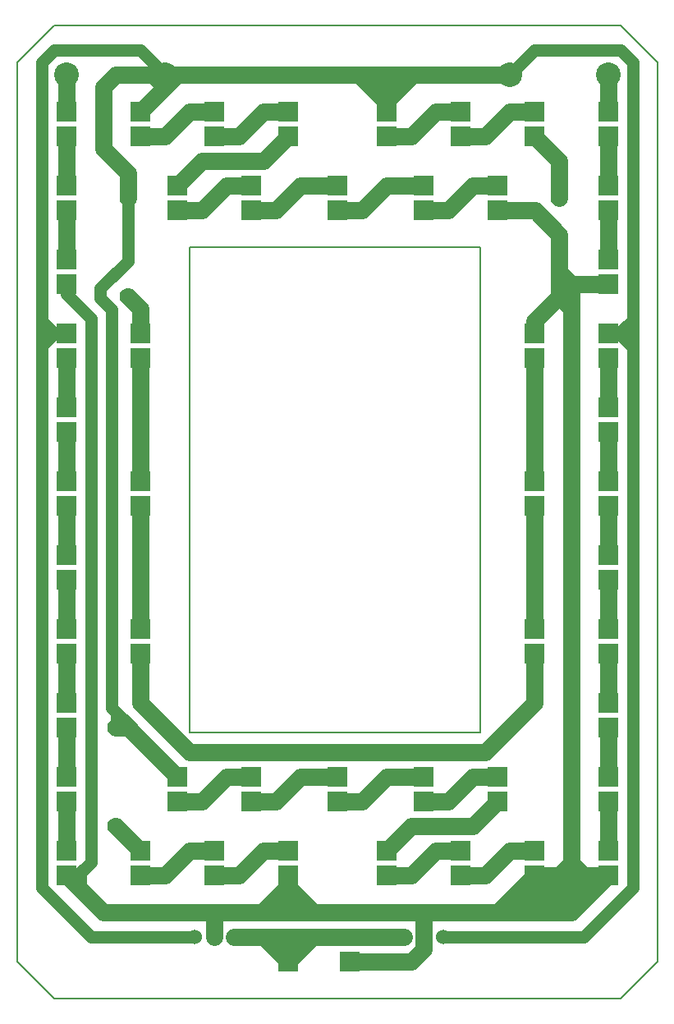
<source format=gbr>
G04 PROTEUS RS274X GERBER FILE*
%FSLAX45Y45*%
%MOMM*%
G01*
%ADD15C,1.778000*%
%ADD16C,1.270000*%
%ADD10R,2.032000X2.032000*%
%ADD11C,2.540000*%
%ADD12C,1.778000*%
%ADD13C,1.524000*%
%ADD14C,0.203200*%
D15*
X-508000Y+1143000D02*
X-254000Y+1143000D01*
X+0Y+1397000D01*
X+254000Y+1397000D01*
X+254000Y+1143000D02*
X+508000Y+1143000D01*
X+762000Y+1397000D01*
X+1016000Y+1397000D01*
X+2032000Y+1143000D02*
X+2286000Y+1143000D01*
X+2540000Y+1397000D01*
X+2794000Y+1397000D01*
X+2794000Y+1143000D02*
X+3048000Y+1143000D01*
X+3302000Y+1397000D01*
X+3556000Y+1397000D01*
X-127000Y+381000D02*
X+127000Y+381000D01*
X+381000Y+635000D01*
X+635000Y+635000D01*
X+2413000Y+381000D02*
X+2667000Y+381000D01*
X+2921000Y+635000D01*
X+3175000Y+635000D01*
X-127000Y+635000D02*
X+127000Y+889000D01*
X+635000Y+889000D01*
X+762000Y+889000D01*
X+1016000Y+1143000D01*
X+635000Y+381000D02*
X+889000Y+381000D01*
X+1143000Y+635000D01*
X+1524000Y+635000D01*
X+1524000Y+381000D02*
X+1778000Y+381000D01*
X+2032000Y+635000D01*
X+2413000Y+635000D01*
X-508000Y-6477000D02*
X-254000Y-6477000D01*
X+0Y-6223000D01*
X+254000Y-6223000D01*
X+254000Y-6477000D02*
X+508000Y-6477000D01*
X+762000Y-6223000D01*
X+1016000Y-6223000D01*
X+2032000Y-6477000D02*
X+2286000Y-6477000D01*
X+2540000Y-6223000D01*
X+2794000Y-6223000D01*
X+2794000Y-6477000D02*
X+3048000Y-6477000D01*
X+3302000Y-6223000D01*
X+3556000Y-6223000D01*
X-127000Y-5715000D02*
X+127000Y-5715000D01*
X+381000Y-5461000D01*
X+635000Y-5461000D01*
X+2413000Y-5715000D02*
X+2667000Y-5715000D01*
X+2921000Y-5461000D01*
X+3175000Y-5461000D01*
X+635000Y-5715000D02*
X+889000Y-5715000D01*
X+1143000Y-5461000D01*
X+1524000Y-5461000D01*
X+1524000Y-5715000D02*
X+1778000Y-5715000D01*
X+2032000Y-5461000D01*
X+2413000Y-5461000D01*
X+2032000Y-6223000D02*
X+2286000Y-5969000D01*
X+2921000Y-5969000D01*
X+3175000Y-5715000D01*
X+4318000Y-6223000D02*
X+4318000Y-5715000D01*
X+4318000Y-5461000D02*
X+4318000Y-4953000D01*
X+4318000Y-4699000D02*
X+4318000Y-4191000D01*
X+4318000Y-3937000D02*
X+4318000Y-3429000D01*
X+4318000Y-3175000D02*
X+4318000Y-2667000D01*
X+4318000Y-2413000D02*
X+4318000Y-1905000D01*
X+4318000Y-1651000D02*
X+4318000Y-1143000D01*
X+4318000Y-127000D02*
X+4318000Y+381000D01*
X+4318000Y+635000D02*
X+4318000Y+1143000D01*
X-1270000Y-6223000D02*
X-1270000Y-5715000D01*
X-1270000Y-5461000D02*
X-1270000Y-4953000D01*
X-1270000Y-4699000D02*
X-1270000Y-4191000D01*
X-1270000Y-3937000D02*
X-1270000Y-3429000D01*
X-1270000Y-3175000D02*
X-1270000Y-2667000D01*
X-1270000Y-2413000D02*
X-1270000Y-1905000D01*
X-1270000Y-1651000D02*
X-1270000Y-1143000D01*
X-1270000Y-127000D02*
X-1270000Y+381000D01*
X-1270000Y+635000D02*
X-1270000Y+1143000D01*
X-508000Y-3937000D02*
X-508000Y-2667000D01*
X-508000Y-2413000D02*
X-508000Y-1143000D01*
X+3556000Y-3937000D02*
X+3556000Y-2667000D01*
X+3556000Y-2413000D02*
X+3556000Y-1143000D01*
X-1270000Y+1397000D02*
X-1270000Y+1778000D01*
X+4318000Y+1397000D02*
X+4318000Y+1778000D01*
X-254000Y+1651000D02*
X-127000Y+1778000D01*
X+70555Y+1778000D01*
X-254000Y+1778000D02*
X-127000Y+1778000D01*
X-508000Y+1397000D02*
X-254000Y+1651000D01*
X-254000Y+1778000D01*
X-254000Y+1651000D02*
X-381000Y+1778000D01*
X-572284Y+1778000D01*
X-635000Y+508000D02*
X-635000Y+762000D01*
X-889000Y+1016000D01*
X-889000Y+1651000D01*
X-762000Y+1778000D01*
X-572284Y+1778000D01*
X-381000Y+1778000D02*
X-254000Y+1778000D01*
X-508000Y-6223000D02*
X-762000Y-5969000D01*
X+3810000Y+508000D02*
X+3810000Y+889000D01*
X+3556000Y+1143000D01*
X+3810000Y-508000D02*
X+3556000Y-762000D01*
X+3556000Y-889000D01*
X+3175000Y-6858000D02*
X+3102354Y-6858000D01*
X+3175000Y-6858000D02*
X+3429000Y-6858000D01*
X+3556000Y-6604000D02*
X+4191000Y-6604000D01*
X+3556000Y-6477000D02*
X+3556000Y-6604000D01*
X+4191000Y-6604000D02*
X+4318000Y-6477000D01*
X+3556000Y-6604000D02*
X+3556000Y-6731000D01*
X+3429000Y-6858000D01*
X+3937000Y-6858000D01*
X+4064000Y-6731000D01*
X+4191000Y-6604000D01*
X+3302000Y-6731000D02*
X+3556000Y-6731000D01*
X+3706684Y-6731000D01*
X+3556000Y-6477000D02*
X+3302000Y-6731000D01*
X+3175000Y-6858000D01*
X+4064000Y-6731000D02*
X+3706684Y-6731000D01*
X+3810000Y-6477000D02*
X+3937000Y-6350000D01*
X+3937000Y-6318498D01*
X+3937000Y-6350000D02*
X+3937000Y-6477000D01*
X+3556000Y-6477000D02*
X+3810000Y-6477000D01*
X+3937000Y-6477000D01*
X+4064000Y-6477000D02*
X+3937000Y-6350000D01*
X+3937000Y-6477000D02*
X+4064000Y-6477000D01*
X+4318000Y-6477000D01*
X+254000Y-7112000D02*
X+254000Y-6858000D01*
X+2413000Y-7112000D02*
X+2413000Y-6858000D01*
X+3102354Y-6858000D01*
X+1651000Y-7366000D02*
X+2286000Y-7366000D01*
X+2413000Y-7239000D01*
X+2413000Y-7112000D01*
X+1016000Y-7366000D02*
X+1016000Y-7112000D01*
X+1016000Y-7366000D02*
X+1270000Y-7112000D01*
X+1295559Y-7112000D01*
X+1016000Y-7112000D02*
X+1270000Y-7112000D01*
X+1295559Y-7112000D02*
X+2209800Y-7112000D01*
X+1016000Y-7366000D02*
X+762000Y-7112000D01*
X+457200Y-7112000D02*
X+762000Y-7112000D01*
X+1016000Y-7112000D01*
D16*
X-1524000Y-762000D02*
X-1397000Y-889000D01*
X-1270000Y-889000D02*
X-1397000Y-889000D01*
X-1524000Y-889000D01*
X-1524000Y-762000D01*
X-1524000Y+1905000D01*
X-1397000Y+2032000D01*
X-508000Y+2032000D01*
X-254000Y+1778000D01*
X-1524000Y-1016000D02*
X-1397000Y-889000D01*
X+50800Y-7112000D02*
X-1016000Y-7112000D01*
X-1524000Y-6604000D01*
X-1524000Y-1016000D01*
X-1524000Y-889000D01*
D15*
X-508000Y-4191000D02*
X-508000Y-4699000D01*
X+0Y-5207000D01*
X+3048000Y-5207000D01*
X+3556000Y-4699000D01*
X+3556000Y-4191000D01*
X-635000Y-508000D02*
X-508000Y-635000D01*
X-508000Y-889000D01*
D16*
X+4572000Y-750000D02*
X+4433000Y-889000D01*
X+4318000Y-889000D01*
X+4433000Y-889000D02*
X+4561792Y-889000D01*
X+4572000Y-899208D01*
X+4572000Y-750000D01*
X+4572000Y+1905000D01*
X+4445000Y+2032000D01*
X+3556000Y+2032000D01*
X+3302000Y+1778000D01*
X+4433000Y-889000D02*
X+4572000Y-1028000D01*
X+4572000Y-1091352D01*
X+2616200Y-7112000D02*
X+4064000Y-7112000D01*
X+4572000Y-6604000D01*
X+4572000Y-1091352D01*
X+4572000Y-1028000D02*
X+4572000Y-899208D01*
D15*
X+750000Y-6858000D02*
X+1016000Y-6592000D01*
X+1016000Y-6477000D01*
X+1016000Y-6592000D02*
X+1016000Y-6842000D01*
X+1000000Y-6858000D01*
X+254000Y-6858000D02*
X+750000Y-6858000D01*
X+1000000Y-6858000D01*
X+1016000Y-6592000D02*
X+1282000Y-6858000D01*
X+1413435Y-6858000D01*
X+1000000Y-6858000D02*
X+1282000Y-6858000D01*
X+1413435Y-6858000D02*
X+2413000Y-6858000D01*
X+1750000Y+1778000D02*
X+2032000Y+1496000D01*
X+70555Y+1778000D02*
X+1750000Y+1778000D01*
X+2055684Y+1778000D01*
X+2032000Y+1397000D02*
X+2032000Y+1496000D01*
X+2032000Y+1505257D01*
X+2304743Y+1778000D01*
X+2055684Y+1778000D02*
X+2304743Y+1778000D01*
X+3302000Y+1778000D01*
X+2032000Y+1505257D02*
X+2032000Y+1754316D01*
X+2055684Y+1778000D01*
X+3812131Y-505869D02*
X+3810000Y-508000D01*
X+3937000Y-635000D02*
X+3937000Y-381000D01*
X+3810000Y-508000D02*
X+3937000Y-635000D01*
X+3937000Y-6318498D01*
X+4318000Y-381000D02*
X+3937000Y-381000D01*
X+3812131Y-505869D01*
X+3937000Y-381000D02*
X+3812131Y-256131D01*
X+3812131Y-223762D01*
X+3175000Y+381000D02*
X+3562824Y+381000D01*
X+3812131Y+131693D01*
X+3812131Y-223762D01*
X+3812131Y-256131D02*
X+3812131Y-505869D01*
X-1270000Y-6477000D02*
X-1123500Y-6623500D01*
X-889000Y-6858000D01*
X+254000Y-6858000D01*
D16*
X-750000Y-4800000D02*
X-594000Y-4956000D01*
X-594000Y-4994000D01*
D15*
X-127000Y-5461000D02*
X-594000Y-4994000D01*
X-635000Y-4953000D01*
X-762000Y-4953000D01*
D16*
X-750000Y-4941000D01*
X-750000Y-4800000D01*
X-1123500Y-6623500D02*
X-1123500Y-6446113D01*
X-1123500Y-6446112D01*
X-1066144Y-6388756D01*
X-1270000Y-6477000D02*
X-1154387Y-6477000D01*
X-1123500Y-6446112D01*
X-1123500Y-6446113D01*
X-1066144Y-6388756D01*
X-1270000Y-381000D02*
X-1270000Y-480061D01*
X-1016000Y-734061D01*
X-1016000Y-6338612D01*
X-1066144Y-6388756D01*
X-635000Y+508000D02*
X-635000Y-141750D01*
X-919480Y-426230D01*
X-919480Y-523240D01*
X-800100Y-642620D01*
X-800100Y-4749900D01*
X-750000Y-4800000D01*
D10*
X-1270000Y-127000D03*
X-1270000Y-381000D03*
X-1270000Y-889000D03*
X-1270000Y-1143000D03*
X-1270000Y-1651000D03*
X-1270000Y-1905000D03*
X-1270000Y-2413000D03*
X-1270000Y-2667000D03*
X-1270000Y-3175000D03*
X-1270000Y-3429000D03*
X-1270000Y-3937000D03*
X-1270000Y-4191000D03*
X-1270000Y-4699000D03*
X-1270000Y-4953000D03*
X-1270000Y-5461000D03*
X-1270000Y-5715000D03*
X-1270000Y-6223000D03*
X-1270000Y-6477000D03*
X-1270000Y+635000D03*
X-1270000Y+381000D03*
X-1270000Y+1397000D03*
X-1270000Y+1143000D03*
X+4318000Y-127000D03*
X+4318000Y-381000D03*
X+4318000Y-889000D03*
X+4318000Y-1143000D03*
X+4318000Y-1651000D03*
X+4318000Y-1905000D03*
X+4318000Y-2413000D03*
X+4318000Y-2667000D03*
X+4318000Y-3175000D03*
X+4318000Y-3429000D03*
X+4318000Y-3937000D03*
X+4318000Y-4191000D03*
X+4318000Y-4699000D03*
X+4318000Y-4953000D03*
X+4318000Y-5461000D03*
X+4318000Y-5715000D03*
X+4318000Y-6223000D03*
X+4318000Y-6477000D03*
X+4318000Y+635000D03*
X+4318000Y+381000D03*
X+4318000Y+1397000D03*
X+4318000Y+1143000D03*
X-508000Y+1397000D03*
X-508000Y+1143000D03*
X+254000Y+1397000D03*
X+254000Y+1143000D03*
X+2032000Y+1397000D03*
X+2032000Y+1143000D03*
X+2794000Y+1397000D03*
X+2794000Y+1143000D03*
X+3556000Y+1397000D03*
X+3556000Y+1143000D03*
X+1016000Y+1397000D03*
X+1016000Y+1143000D03*
X-127000Y+635000D03*
X-127000Y+381000D03*
X+635000Y+635000D03*
X+635000Y+381000D03*
X+1524000Y+635000D03*
X+1524000Y+381000D03*
X+2413000Y+635000D03*
X+2413000Y+381000D03*
X+3175000Y+635000D03*
X+3175000Y+381000D03*
X-508000Y-6223000D03*
X-508000Y-6477000D03*
X+254000Y-6223000D03*
X+254000Y-6477000D03*
X+1016000Y-6223000D03*
X+1016000Y-6477000D03*
X+3556000Y-6223000D03*
X+3556000Y-6477000D03*
X+2794000Y-6223000D03*
X+2794000Y-6477000D03*
X+2032000Y-6223000D03*
X+2032000Y-6477000D03*
X-127000Y-5461000D03*
X-127000Y-5715000D03*
X+635000Y-5461000D03*
X+635000Y-5715000D03*
X+1524000Y-5461000D03*
X+1524000Y-5715000D03*
X+2413000Y-5461000D03*
X+2413000Y-5715000D03*
X+3175000Y-5461000D03*
X+3175000Y-5715000D03*
X-508000Y-889000D03*
X-508000Y-1143000D03*
X-508000Y-2413000D03*
X-508000Y-2667000D03*
X-508000Y-3937000D03*
X-508000Y-4191000D03*
X+3556000Y-1143000D03*
X+3556000Y-889000D03*
X+3556000Y-2667000D03*
X+3556000Y-2413000D03*
X+3556000Y-4191000D03*
X+3556000Y-3937000D03*
D11*
X-254000Y+1778000D03*
X-1270000Y+1778000D03*
X+4318000Y+1778000D03*
X+3302000Y+1778000D03*
D12*
X-635000Y+508000D03*
X-635000Y-508000D03*
X+3810000Y+508000D03*
X+3810000Y-508000D03*
X-762000Y-4953000D03*
X-762000Y-5969000D03*
D13*
X+457200Y-7112000D03*
X+254000Y-7112000D03*
X+50800Y-7112000D03*
X+2209800Y-7112000D03*
X+2413000Y-7112000D03*
X+2616200Y-7112000D03*
D10*
X+1016000Y-7366000D03*
X+1651000Y-7366000D03*
D14*
X+0Y-5000000D02*
X+3000000Y-5000000D01*
X+3000000Y+0D01*
X+0Y+0D01*
X+0Y-5000000D01*
X-1778000Y+1905000D02*
X-1397000Y+2286000D01*
X+4445000Y+2286000D02*
X+4826000Y+1905000D01*
X+4826000Y-7366000D02*
X+4445000Y-7747000D01*
X-1778000Y-7366000D02*
X-1397000Y-7747000D01*
X+4445000Y-7747000D01*
X+4826000Y-7366000D02*
X+4826000Y+1905000D01*
X+4445000Y+2286000D02*
X-1397000Y+2286000D01*
X-1778000Y+1905000D02*
X-1778000Y-7366000D01*
M02*

</source>
